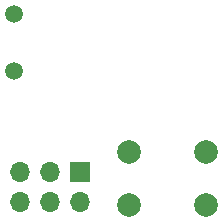
<source format=gbr>
%TF.GenerationSoftware,KiCad,Pcbnew,6.0.11+dfsg-1~bpo11+1*%
%TF.CreationDate,2023-08-17T01:34:47-07:00*%
%TF.ProjectId,electrical_intro_project,656c6563-7472-4696-9361-6c5f696e7472,rev?*%
%TF.SameCoordinates,Original*%
%TF.FileFunction,Soldermask,Bot*%
%TF.FilePolarity,Negative*%
%FSLAX46Y46*%
G04 Gerber Fmt 4.6, Leading zero omitted, Abs format (unit mm)*
G04 Created by KiCad (PCBNEW 6.0.11+dfsg-1~bpo11+1) date 2023-08-17 01:34:47*
%MOMM*%
%LPD*%
G01*
G04 APERTURE LIST*
%ADD10C,1.500000*%
%ADD11C,2.000000*%
%ADD12R,1.700000X1.700000*%
%ADD13O,1.700000X1.700000*%
G04 APERTURE END LIST*
D10*
%TO.C,Y1*%
X117250000Y-105430000D03*
X117250000Y-100550000D03*
%TD*%
D11*
%TO.C,SW1*%
X127000000Y-116750000D03*
X133500000Y-116750000D03*
X133500000Y-112250000D03*
X127000000Y-112250000D03*
%TD*%
D12*
%TO.C,J1*%
X122790000Y-113960000D03*
D13*
X122790000Y-116500000D03*
X120250000Y-113960000D03*
X120250000Y-116500000D03*
X117710000Y-113960000D03*
X117710000Y-116500000D03*
%TD*%
M02*

</source>
